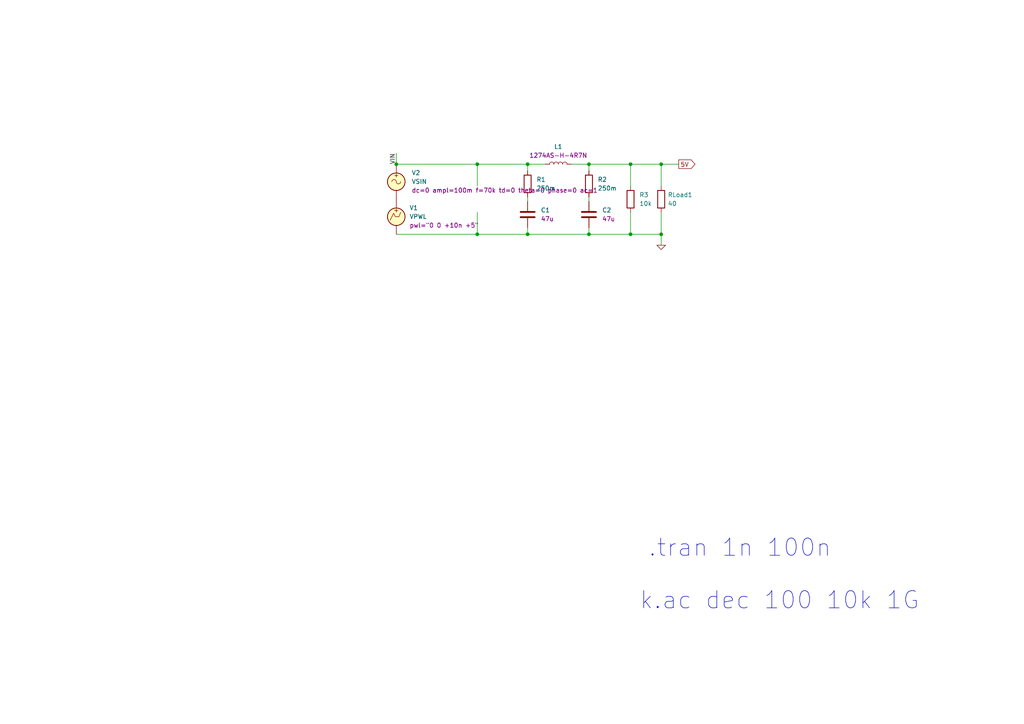
<source format=kicad_sch>
(kicad_sch (version 20230121) (generator eeschema)
  (paper "A4")
  (lib_symbols
    (symbol "Device:C" (pin_numbers hide) (pin_names (offset 0.254))
      (property "Reference" "C" (at 0.635 2.54 0))
      (property "Value" "C" (at 0.635 -2.54 0))
      (symbol "C_0_1"
        (polyline (pts (xy -2.032 -0.762) (xy 2.032 -0.762)) (stroke (width 0.508)))
        (polyline (pts (xy -2.032 0.762) (xy 2.032 0.762)) (stroke (width 0.508)))
      )
      (symbol "C_1_1"
        (pin passive line (at 0 3.81 270) (length 2.794) (name "~") (number "1"))
        (pin passive line (at 0 -3.81 90) (length 2.794) (name "~") (number "2"))
      )
    )
    (symbol "Device:L" (pin_numbers hide) (pin_names (offset 1.016) hide)
      (property "Reference" "L" (at -1.27 0 90))
      (property "Value" "L" (at 1.905 0 90))
      (symbol "L_0_1"
        (arc (start 0 -2.54) (mid 0.6323 -1.905) (end 0 -1.27))
        (arc (start 0 -1.27) (mid 0.6323 -0.635) (end 0 0))
        (arc (start 0 0) (mid 0.6323 0.635) (end 0 1.27))
        (arc (start 0 1.27) (mid 0.6323 1.905) (end 0 2.54))
      )
      (symbol "L_1_1"
        (pin passive line (at 0 3.81 270) (length 1.27) (name "1") (number "1"))
        (pin passive line (at 0 -3.81 90) (length 1.27) (name "2") (number "2"))
      )
    )
    (symbol "Device:R" (pin_numbers hide) (pin_names (offset 0))
      (property "Reference" "R" (at 2.032 0 90))
      (property "Value" "R" (at 0 0 90))
      (symbol "R_0_1"
        (rectangle (start -1.016 -2.54) (end 1.016 2.54) (stroke (width 0.254)))
      )
      (symbol "R_1_1"
        (pin passive line (at 0 3.81 270) (length 1.27) (name "~") (number "1"))
        (pin passive line (at 0 -3.81 90) (length 1.27) (name "~") (number "2"))
      )
    )
    (symbol "Simulation_SPICE:0" (power) (pin_names (offset 0))
      (property "Value" "0" (at 0 -1.778 0))
      (symbol "0_0_1"
        (polyline (pts (xy -1.27 0) (xy 0 -1.27) (xy 1.27 0) (xy -1.27 0)))
      )
      (symbol "0_1_1"
        (pin power_in line (at 0 0 0) (length 0) hide (name "0") (number "1"))
      )
    )
    (symbol "Simulation_SPICE:VPWL" (pin_numbers hide) (pin_names (offset 0.0254))
      (property "Reference" "V" (at 2.54 2.54 0))
      (property "Value" "VPWL" (at 2.54 0 0))
      (property "Sim.Params" "pwl=\"0 -1 50n -1 51n 0 97n 1 171n -1 200n -1\"" (at 2.54 -2.54 0))
      (symbol "VPWL_0_0"
        (polyline (pts (xy -1.778 -1.016) (xy -0.762 1.016) (xy -0.254 0) (xy 0.762 0) (xy 1.27 1.27)))
        (text "+" (at 0 1.905 0) (effects (font (size 1.27 1.27))))
      )
      (symbol "VPWL_0_1"
        (circle (center 0 0) (radius 2.54) (stroke (width 0.254)) (fill (type background)))
      )
      (symbol "VPWL_1_1"
        (pin passive line (at 0 5.08 270) (length 2.54) (name "~") (number "1"))
        (pin passive line (at 0 -5.08 90) (length 2.54) (name "~") (number "2"))
      )
    )
    (symbol "Simulation_SPICE:VSIN" (pin_numbers hide) (pin_names (offset 0.0254))
      (property "Reference" "V" (at 2.54 2.54 0))
      (property "Value" "VSIN" (at 2.54 0 0))
      (property "Sim.Params" "dc=0 ampl=1 f=1k ac=1" (at 2.54 -2.54 0))
      (symbol "VSIN_0_0"
        (arc (start 0 0) (mid -0.635 0.6323) (end -1.27 0))
        (arc (start 0 0) (mid 0.635 -0.6323) (end 1.27 0))
        (text "+" (at 0 1.905 0) (effects (font (size 1.27 1.27))))
      )
      (symbol "VSIN_0_1"
        (circle (center 0 0) (radius 2.54) (stroke (width 0.254)) (fill (type background)))
      )
      (symbol "VSIN_1_1"
        (pin passive line (at 0 5.08 270) (length 2.54) (name "~") (number "1"))
        (pin passive line (at 0 -5.08 90) (length 2.54) (name "~") (number "2"))
      )
    )
  )
  (junction (at 170.815 47.625))
  (junction (at 170.815 67.945))
  (junction (at 138.43 47.625))
  (junction (at 114.935 47.625))
  (junction (at 153.035 47.625))
  (junction (at 182.88 67.945))
  (junction (at 153.035 67.945))
  (junction (at 182.88 47.625))
  (junction (at 138.43 67.945))
  (junction (at 191.77 67.945))
  (junction (at 191.77 47.625))
  (wire (pts (xy 191.77 71.12) (xy 191.77 67.945)))
  (wire (pts (xy 182.88 61.595) (xy 182.88 67.945)))
  (wire (pts (xy 170.815 67.945) (xy 153.035 67.945)))
  (wire (pts (xy 138.43 61.595) (xy 138.43 67.945)))
  (wire (pts (xy 182.88 67.945) (xy 191.77 67.945)))
  (wire (pts (xy 170.815 66.04) (xy 170.815 67.945)))
  (wire (pts (xy 170.815 47.625) (xy 182.88 47.625)))
  (wire (pts (xy 114.935 47.625) (xy 138.43 47.625)))
  (wire (pts (xy 153.035 47.625) (xy 158.115 47.625)))
  (wire (pts (xy 191.77 47.625) (xy 196.85 47.625)))
  (wire (pts (xy 114.935 67.945) (xy 138.43 67.945)))
  (wire (pts (xy 170.815 47.625) (xy 170.815 49.53)))
  (wire (pts (xy 182.88 53.975) (xy 182.88 47.625)))
  (wire (pts (xy 138.43 67.945) (xy 153.035 67.945)))
  (wire (pts (xy 170.815 67.945) (xy 182.88 67.945)))
  (wire (pts (xy 153.035 67.945) (xy 153.035 66.04)))
  (wire (pts (xy 191.77 47.625) (xy 191.77 53.975)))
  (wire (pts (xy 138.43 53.975) (xy 138.43 47.625)))
  (wire (pts (xy 114.935 44.45) (xy 114.935 47.625)))
  (wire (pts (xy 191.77 61.595) (xy 191.77 67.945)))
  (wire (pts (xy 170.815 57.15) (xy 170.815 58.42)))
  (wire (pts (xy 182.88 47.625) (xy 191.77 47.625)))
  (wire (pts (xy 153.035 47.625) (xy 153.035 49.53)))
  (wire (pts (xy 153.035 57.15) (xy 153.035 58.42)))
  (wire (pts (xy 138.43 47.625) (xy 153.035 47.625)))
  (wire (pts (xy 165.735 47.625) (xy 170.815 47.625)))
  (text ".tran 1n 100n" (at 187.96 161.925 0) (effects (font (size 5 5)) (justify left bottom)))
  (text "k.ac dec 100 10k 1G" (at 185.42 177.165 0) (effects (font (size 5 5)) (justify left bottom)))
  (label "VIN" (at 114.935 44.45 270))
  (global_label "5V" (shape output) (at 196.85 47.625 0) (property "Intersheetrefs" "${INTERSHEET_REFS}" (effects hide)))
  (symbol (lib_id "Device:L") (at 161.925 47.625 90) (unit 1)
    (property "Reference" "L1" (at 161.925 42.545 90))
    (property "Value" "${SIM.PARAMS}" (effects hide))
    (property "Datasheet" "1274AS-H-4R7N" (at 161.925 45.085 90))
    (property "Sim.Device" "SUBCKT" (effects hide))
    (property "Sim.Pins" "1=port1 2=port2" (effects hide))
    (property "Sim.Library" "SPICEModels/1217AS-H-4R7N.lib" (effects hide))
    (property "Sim.Name" "1217AS-H-4R7N" (effects hide))
  )
  (symbol (lib_id "Simulation_SPICE:0") (at 191.77 71.12 0) (mirror y) (unit 1)
    (property "Reference" "#GND01" (effects hide))
    (property "Value" "0" (effects hide))
  )
  (symbol (lib_id "Device:R") (at 182.88 57.785 0) (unit 1)
    (property "Reference" "R3" (at 185.42 56.515 0) (effects (justify left)))
    (property "Value" "10k" (at 185.42 59.055 0) (effects (justify left)))
  )
  (symbol (lib_id "Device:C") (at 153.035 62.23 0) (unit 1)
    (property "Reference" "C1" (at 156.845 60.96 0) (effects (justify left)))
    (property "Value" "${SIM.PARAMS}" (effects hide))
    (property "Datasheet" "47u" (at 158.75 63.5 0))
    (property "Sim.Device" "SUBCKT" (effects hide))
    (property "Sim.Pins" "1=port1 2=port2" (effects hide))
    (property "Sim.Library" "SPICEModels/MURATA_22uF.lib" (effects hide))
    (property "Sim.Name" "GRM31CR71A226KE15_DC0V_25degC" (effects hide))
  )
  (symbol (lib_id "Simulation_SPICE:VSIN") (at 114.935 52.705 0) (unit 1)
    (property "Reference" "V2" (at 119.38 50.1292 0) (effects (justify left)))
    (property "Value" "VSIN" (at 119.38 52.6692 0) (effects (justify left)))
    (property "Sim.Pins" "1=+ 2=-" (effects hide))
    (property "Sim.Params" "dc=0 ampl=100m f=70k td=0 theta=0 phase=0 ac=1" (at 119.38 55.2092 0) (effects (justify left)))
    (property "Sim.Type" "SIN" (effects hide))
    (property "Sim.Device" "V" (effects hide))
  )
  (symbol (lib_id "Device:R") (at 191.77 57.785 0) (unit 1)
    (property "Reference" "RLoad1" (at 193.675 56.515 0) (effects (justify left)))
    (property "Value" "40" (at 193.675 59.055 0) (effects (justify left)))
  )
  (symbol (lib_id "Device:R") (at 153.035 53.34 0) (unit 1)
    (property "Reference" "R1" (at 155.575 52.07 0) (effects (justify left)))
    (property "Value" "250m" (at 155.575 54.61 0) (effects (justify left)))
  )
  (symbol (lib_id "Device:C") (at 170.815 62.23 0) (unit 1)
    (property "Reference" "C2" (at 174.625 60.96 0) (effects (justify left)))
    (property "Value" "${SIM.PARAMS}" (effects hide))
    (property "Datasheet" "47u" (at 176.53 63.5 0))
    (property "Sim.Device" "SUBCKT" (effects hide))
    (property "Sim.Pins" "1=port1 2=port2" (effects hide))
    (property "Sim.Library" "SPICEModels/MURATA_22uF.lib" (effects hide))
    (property "Sim.Name" "GRM31CR71A226KE15_DC0V_25degC" (effects hide))
  )
  (symbol (lib_id "Device:R") (at 170.815 53.34 0) (unit 1)
    (property "Reference" "R2" (at 173.355 52.07 0) (effects (justify left)))
    (property "Value" "250m" (at 173.355 54.61 0) (effects (justify left)))
  )
  (symbol (lib_id "Simulation_SPICE:VPWL") (at 114.935 62.865 0) (unit 1)
    (property "Reference" "V1" (at 118.745 60.2892 0) (effects (justify left)))
    (property "Value" "VPWL" (at 118.745 62.8292 0) (effects (justify left)))
    (property "Sim.Pins" "1=+ 2=-" (effects hide))
    (property "Sim.Device" "V" (effects hide))
    (property "Sim.Params" "pwl=\"0 0 +10n +5\"" (at 118.745 65.3692 0) (effects (justify left)))
    (property "Sim.Type" "PWL" (effects hide))
  )
)
</source>
